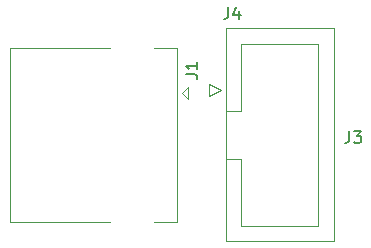
<source format=gbr>
%TF.GenerationSoftware,KiCad,Pcbnew,(5.1.8)-1*%
%TF.CreationDate,2021-02-12T13:32:35+03:00*%
%TF.ProjectId,lcd_pcb,6c63645f-7063-4622-9e6b-696361645f70,rev?*%
%TF.SameCoordinates,Original*%
%TF.FileFunction,Legend,Top*%
%TF.FilePolarity,Positive*%
%FSLAX46Y46*%
G04 Gerber Fmt 4.6, Leading zero omitted, Abs format (unit mm)*
G04 Created by KiCad (PCBNEW (5.1.8)-1) date 2021-02-12 13:32:35*
%MOMM*%
%LPD*%
G01*
G04 APERTURE LIST*
%ADD10C,0.120000*%
%ADD11C,0.150000*%
G04 APERTURE END LIST*
D10*
%TO.C,J4*%
X95820000Y-76710000D02*
X96820000Y-76210000D01*
X95820000Y-75710000D02*
X95820000Y-76710000D01*
X96820000Y-76210000D02*
X95820000Y-75710000D01*
X98520000Y-82070000D02*
X97210000Y-82070000D01*
X98520000Y-82070000D02*
X98520000Y-82070000D01*
X98520000Y-87740000D02*
X98520000Y-82070000D01*
X105020000Y-87740000D02*
X98520000Y-87740000D01*
X105020000Y-72300000D02*
X105020000Y-87740000D01*
X98520000Y-72300000D02*
X105020000Y-72300000D01*
X98520000Y-77970000D02*
X98520000Y-72300000D01*
X97210000Y-77970000D02*
X98520000Y-77970000D01*
X97210000Y-89040000D02*
X97210000Y-71000000D01*
X106330000Y-89040000D02*
X97210000Y-89040000D01*
X106330000Y-71000000D02*
X106330000Y-89040000D01*
X97210000Y-71000000D02*
X106330000Y-71000000D01*
%TO.C,J1*%
X94000000Y-77000000D02*
X94000000Y-76000000D01*
X93500000Y-76500000D02*
X94000000Y-77000000D01*
X94000000Y-76000000D02*
X93500000Y-76500000D01*
X91140000Y-87360000D02*
X93120000Y-87360000D01*
X93120000Y-72640000D02*
X91140000Y-72640000D01*
X93120000Y-72640000D02*
X93120000Y-87360000D01*
X87440000Y-87360000D02*
X78900000Y-87360000D01*
X78900000Y-72640000D02*
X78900000Y-87360000D01*
X87440000Y-72640000D02*
X78900000Y-72640000D01*
%TO.C,J4*%
D11*
X97416666Y-69202380D02*
X97416666Y-69916666D01*
X97369047Y-70059523D01*
X97273809Y-70154761D01*
X97130952Y-70202380D01*
X97035714Y-70202380D01*
X98321428Y-69535714D02*
X98321428Y-70202380D01*
X98083333Y-69154761D02*
X97845238Y-69869047D01*
X98464285Y-69869047D01*
%TO.C,J3*%
X107666666Y-79702380D02*
X107666666Y-80416666D01*
X107619047Y-80559523D01*
X107523809Y-80654761D01*
X107380952Y-80702380D01*
X107285714Y-80702380D01*
X108047619Y-79702380D02*
X108666666Y-79702380D01*
X108333333Y-80083333D01*
X108476190Y-80083333D01*
X108571428Y-80130952D01*
X108619047Y-80178571D01*
X108666666Y-80273809D01*
X108666666Y-80511904D01*
X108619047Y-80607142D01*
X108571428Y-80654761D01*
X108476190Y-80702380D01*
X108190476Y-80702380D01*
X108095238Y-80654761D01*
X108047619Y-80607142D01*
%TO.C,J1*%
X93802380Y-74883333D02*
X94516666Y-74883333D01*
X94659523Y-74930952D01*
X94754761Y-75026190D01*
X94802380Y-75169047D01*
X94802380Y-75264285D01*
X94802380Y-73883333D02*
X94802380Y-74454761D01*
X94802380Y-74169047D02*
X93802380Y-74169047D01*
X93945238Y-74264285D01*
X94040476Y-74359523D01*
X94088095Y-74454761D01*
%TD*%
M02*

</source>
